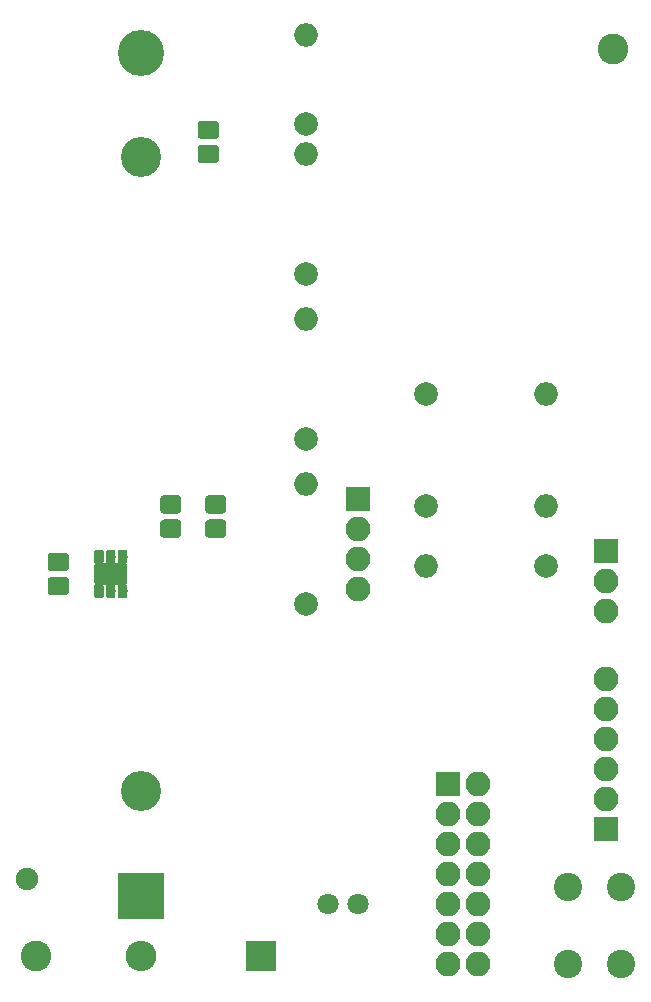
<source format=gbs>
G04 #@! TF.GenerationSoftware,KiCad,Pcbnew,(5.0.0-3-g5ebb6b6)*
G04 #@! TF.CreationDate,2018-08-01T17:04:44+02:00*
G04 #@! TF.ProjectId,esp32-sensornode,65737033322D73656E736F726E6F6465,rev?*
G04 #@! TF.SameCoordinates,Original*
G04 #@! TF.FileFunction,Soldermask,Bot*
G04 #@! TF.FilePolarity,Negative*
%FSLAX46Y46*%
G04 Gerber Fmt 4.6, Leading zero omitted, Abs format (unit mm)*
G04 Created by KiCad (PCBNEW (5.0.0-3-g5ebb6b6)) date Wednesday, 01. August 2018 um 17:04:44*
%MOMM*%
%LPD*%
G01*
G04 APERTURE LIST*
%ADD10C,2.600000*%
%ADD11C,3.900000*%
%ADD12R,3.900000X3.900000*%
%ADD13C,3.400000*%
%ADD14C,1.900000*%
%ADD15C,2.000000*%
%ADD16O,2.000000X2.000000*%
%ADD17C,1.800000*%
%ADD18R,2.600000X2.600000*%
%ADD19O,2.600000X2.600000*%
%ADD20R,2.100000X2.100000*%
%ADD21O,2.100000X2.100000*%
%ADD22C,0.100000*%
%ADD23C,0.800000*%
%ADD24C,2.400000*%
%ADD25C,1.550000*%
G04 APERTURE END LIST*
D10*
G04 #@! TO.C,REF\002A\002A*
X180340000Y-130175000D03*
G04 #@! TD*
G04 #@! TO.C,REF\002A\002A*
X229235000Y-53340000D03*
G04 #@! TD*
D11*
G04 #@! TO.C,BT1*
X189280000Y-53650000D03*
D12*
X189280000Y-125050000D03*
D13*
X189280000Y-116200000D03*
X189280000Y-62500000D03*
D14*
X179580000Y-123600000D03*
G04 #@! TD*
D15*
G04 #@! TO.C,C1*
X203200000Y-59690000D03*
D16*
X203200000Y-52190000D03*
G04 #@! TD*
D17*
G04 #@! TO.C,C3*
X205105000Y-125730000D03*
X207605000Y-125730000D03*
G04 #@! TD*
D18*
G04 #@! TO.C,D1*
X199390000Y-130175000D03*
D19*
X189230000Y-130175000D03*
G04 #@! TD*
D20*
G04 #@! TO.C,J2*
X228600000Y-119380000D03*
D21*
X228600000Y-116840000D03*
X228600000Y-114300000D03*
X228600000Y-111760000D03*
X228600000Y-109220000D03*
X228600000Y-106680000D03*
G04 #@! TD*
D20*
G04 #@! TO.C,J3*
X207645000Y-91440000D03*
D21*
X207645000Y-93980000D03*
X207645000Y-96520000D03*
X207645000Y-99060000D03*
G04 #@! TD*
D20*
G04 #@! TO.C,J4*
X228600000Y-95885000D03*
D21*
X228600000Y-98425000D03*
X228600000Y-100965000D03*
G04 #@! TD*
D15*
G04 #@! TO.C,R1*
X203200000Y-72390000D03*
D16*
X203200000Y-62230000D03*
G04 #@! TD*
G04 #@! TO.C,R2*
X223520000Y-82550000D03*
D15*
X213360000Y-82550000D03*
G04 #@! TD*
D16*
G04 #@! TO.C,R3*
X223520000Y-92075000D03*
D15*
X213360000Y-92075000D03*
G04 #@! TD*
G04 #@! TO.C,R6*
X203200000Y-100330000D03*
D16*
X203200000Y-90170000D03*
G04 #@! TD*
D15*
G04 #@! TO.C,R7*
X203200000Y-86360000D03*
D16*
X203200000Y-76200000D03*
G04 #@! TD*
D22*
G04 #@! TO.C,U2*
G36*
X187804372Y-96841525D02*
X187835112Y-96846085D01*
X187865257Y-96853636D01*
X187894516Y-96864105D01*
X187922609Y-96877392D01*
X187949264Y-96893368D01*
X187974224Y-96911880D01*
X187997250Y-96932750D01*
X188018120Y-96955776D01*
X188036632Y-96980736D01*
X188052608Y-97007391D01*
X188065895Y-97035484D01*
X188076364Y-97064743D01*
X188083915Y-97094888D01*
X188088475Y-97125628D01*
X188090000Y-97156667D01*
X188090000Y-98423333D01*
X188088475Y-98454372D01*
X188083915Y-98485112D01*
X188076364Y-98515257D01*
X188065895Y-98544516D01*
X188052608Y-98572609D01*
X188036632Y-98599264D01*
X188018120Y-98624224D01*
X187997250Y-98647250D01*
X187974224Y-98668120D01*
X187949264Y-98686632D01*
X187922609Y-98702608D01*
X187894516Y-98715895D01*
X187865257Y-98726364D01*
X187835112Y-98733915D01*
X187804372Y-98738475D01*
X187773333Y-98740000D01*
X185606667Y-98740000D01*
X185575628Y-98738475D01*
X185544888Y-98733915D01*
X185514743Y-98726364D01*
X185485484Y-98715895D01*
X185457391Y-98702608D01*
X185430736Y-98686632D01*
X185405776Y-98668120D01*
X185382750Y-98647250D01*
X185361880Y-98624224D01*
X185343368Y-98599264D01*
X185327392Y-98572609D01*
X185314105Y-98544516D01*
X185303636Y-98515257D01*
X185296085Y-98485112D01*
X185291525Y-98454372D01*
X185290000Y-98423333D01*
X185290000Y-97156667D01*
X185291525Y-97125628D01*
X185296085Y-97094888D01*
X185303636Y-97064743D01*
X185314105Y-97035484D01*
X185327392Y-97007391D01*
X185343368Y-96980736D01*
X185361880Y-96955776D01*
X185382750Y-96932750D01*
X185405776Y-96911880D01*
X185430736Y-96893368D01*
X185457391Y-96877392D01*
X185485484Y-96864105D01*
X185514743Y-96853636D01*
X185544888Y-96846085D01*
X185575628Y-96841525D01*
X185606667Y-96840000D01*
X187773333Y-96840000D01*
X187804372Y-96841525D01*
X187804372Y-96841525D01*
G37*
D14*
X186690000Y-97790000D03*
D22*
G36*
X187909603Y-98640963D02*
X187929018Y-98643843D01*
X187948057Y-98648612D01*
X187966537Y-98655224D01*
X187984279Y-98663616D01*
X188001114Y-98673706D01*
X188016879Y-98685398D01*
X188031421Y-98698579D01*
X188044602Y-98713121D01*
X188056294Y-98728886D01*
X188066384Y-98745721D01*
X188074776Y-98763463D01*
X188081388Y-98781943D01*
X188086157Y-98800982D01*
X188089037Y-98820397D01*
X188090000Y-98840000D01*
X188090000Y-99640000D01*
X188089037Y-99659603D01*
X188086157Y-99679018D01*
X188081388Y-99698057D01*
X188074776Y-99716537D01*
X188066384Y-99734279D01*
X188056294Y-99751114D01*
X188044602Y-99766879D01*
X188031421Y-99781421D01*
X188016879Y-99794602D01*
X188001114Y-99806294D01*
X187984279Y-99816384D01*
X187966537Y-99824776D01*
X187948057Y-99831388D01*
X187929018Y-99836157D01*
X187909603Y-99839037D01*
X187890000Y-99840000D01*
X187490000Y-99840000D01*
X187470397Y-99839037D01*
X187450982Y-99836157D01*
X187431943Y-99831388D01*
X187413463Y-99824776D01*
X187395721Y-99816384D01*
X187378886Y-99806294D01*
X187363121Y-99794602D01*
X187348579Y-99781421D01*
X187335398Y-99766879D01*
X187323706Y-99751114D01*
X187313616Y-99734279D01*
X187305224Y-99716537D01*
X187298612Y-99698057D01*
X187293843Y-99679018D01*
X187290963Y-99659603D01*
X187290000Y-99640000D01*
X187290000Y-98840000D01*
X187290963Y-98820397D01*
X187293843Y-98800982D01*
X187298612Y-98781943D01*
X187305224Y-98763463D01*
X187313616Y-98745721D01*
X187323706Y-98728886D01*
X187335398Y-98713121D01*
X187348579Y-98698579D01*
X187363121Y-98685398D01*
X187378886Y-98673706D01*
X187395721Y-98663616D01*
X187413463Y-98655224D01*
X187431943Y-98648612D01*
X187450982Y-98643843D01*
X187470397Y-98640963D01*
X187490000Y-98640000D01*
X187890000Y-98640000D01*
X187909603Y-98640963D01*
X187909603Y-98640963D01*
G37*
D23*
X187690000Y-99240000D03*
D22*
G36*
X186909603Y-98640963D02*
X186929018Y-98643843D01*
X186948057Y-98648612D01*
X186966537Y-98655224D01*
X186984279Y-98663616D01*
X187001114Y-98673706D01*
X187016879Y-98685398D01*
X187031421Y-98698579D01*
X187044602Y-98713121D01*
X187056294Y-98728886D01*
X187066384Y-98745721D01*
X187074776Y-98763463D01*
X187081388Y-98781943D01*
X187086157Y-98800982D01*
X187089037Y-98820397D01*
X187090000Y-98840000D01*
X187090000Y-99640000D01*
X187089037Y-99659603D01*
X187086157Y-99679018D01*
X187081388Y-99698057D01*
X187074776Y-99716537D01*
X187066384Y-99734279D01*
X187056294Y-99751114D01*
X187044602Y-99766879D01*
X187031421Y-99781421D01*
X187016879Y-99794602D01*
X187001114Y-99806294D01*
X186984279Y-99816384D01*
X186966537Y-99824776D01*
X186948057Y-99831388D01*
X186929018Y-99836157D01*
X186909603Y-99839037D01*
X186890000Y-99840000D01*
X186490000Y-99840000D01*
X186470397Y-99839037D01*
X186450982Y-99836157D01*
X186431943Y-99831388D01*
X186413463Y-99824776D01*
X186395721Y-99816384D01*
X186378886Y-99806294D01*
X186363121Y-99794602D01*
X186348579Y-99781421D01*
X186335398Y-99766879D01*
X186323706Y-99751114D01*
X186313616Y-99734279D01*
X186305224Y-99716537D01*
X186298612Y-99698057D01*
X186293843Y-99679018D01*
X186290963Y-99659603D01*
X186290000Y-99640000D01*
X186290000Y-98840000D01*
X186290963Y-98820397D01*
X186293843Y-98800982D01*
X186298612Y-98781943D01*
X186305224Y-98763463D01*
X186313616Y-98745721D01*
X186323706Y-98728886D01*
X186335398Y-98713121D01*
X186348579Y-98698579D01*
X186363121Y-98685398D01*
X186378886Y-98673706D01*
X186395721Y-98663616D01*
X186413463Y-98655224D01*
X186431943Y-98648612D01*
X186450982Y-98643843D01*
X186470397Y-98640963D01*
X186490000Y-98640000D01*
X186890000Y-98640000D01*
X186909603Y-98640963D01*
X186909603Y-98640963D01*
G37*
D23*
X186690000Y-99240000D03*
D22*
G36*
X185909603Y-98640963D02*
X185929018Y-98643843D01*
X185948057Y-98648612D01*
X185966537Y-98655224D01*
X185984279Y-98663616D01*
X186001114Y-98673706D01*
X186016879Y-98685398D01*
X186031421Y-98698579D01*
X186044602Y-98713121D01*
X186056294Y-98728886D01*
X186066384Y-98745721D01*
X186074776Y-98763463D01*
X186081388Y-98781943D01*
X186086157Y-98800982D01*
X186089037Y-98820397D01*
X186090000Y-98840000D01*
X186090000Y-99640000D01*
X186089037Y-99659603D01*
X186086157Y-99679018D01*
X186081388Y-99698057D01*
X186074776Y-99716537D01*
X186066384Y-99734279D01*
X186056294Y-99751114D01*
X186044602Y-99766879D01*
X186031421Y-99781421D01*
X186016879Y-99794602D01*
X186001114Y-99806294D01*
X185984279Y-99816384D01*
X185966537Y-99824776D01*
X185948057Y-99831388D01*
X185929018Y-99836157D01*
X185909603Y-99839037D01*
X185890000Y-99840000D01*
X185490000Y-99840000D01*
X185470397Y-99839037D01*
X185450982Y-99836157D01*
X185431943Y-99831388D01*
X185413463Y-99824776D01*
X185395721Y-99816384D01*
X185378886Y-99806294D01*
X185363121Y-99794602D01*
X185348579Y-99781421D01*
X185335398Y-99766879D01*
X185323706Y-99751114D01*
X185313616Y-99734279D01*
X185305224Y-99716537D01*
X185298612Y-99698057D01*
X185293843Y-99679018D01*
X185290963Y-99659603D01*
X185290000Y-99640000D01*
X185290000Y-98840000D01*
X185290963Y-98820397D01*
X185293843Y-98800982D01*
X185298612Y-98781943D01*
X185305224Y-98763463D01*
X185313616Y-98745721D01*
X185323706Y-98728886D01*
X185335398Y-98713121D01*
X185348579Y-98698579D01*
X185363121Y-98685398D01*
X185378886Y-98673706D01*
X185395721Y-98663616D01*
X185413463Y-98655224D01*
X185431943Y-98648612D01*
X185450982Y-98643843D01*
X185470397Y-98640963D01*
X185490000Y-98640000D01*
X185890000Y-98640000D01*
X185909603Y-98640963D01*
X185909603Y-98640963D01*
G37*
D23*
X185690000Y-99240000D03*
D22*
G36*
X185909603Y-95740963D02*
X185929018Y-95743843D01*
X185948057Y-95748612D01*
X185966537Y-95755224D01*
X185984279Y-95763616D01*
X186001114Y-95773706D01*
X186016879Y-95785398D01*
X186031421Y-95798579D01*
X186044602Y-95813121D01*
X186056294Y-95828886D01*
X186066384Y-95845721D01*
X186074776Y-95863463D01*
X186081388Y-95881943D01*
X186086157Y-95900982D01*
X186089037Y-95920397D01*
X186090000Y-95940000D01*
X186090000Y-96740000D01*
X186089037Y-96759603D01*
X186086157Y-96779018D01*
X186081388Y-96798057D01*
X186074776Y-96816537D01*
X186066384Y-96834279D01*
X186056294Y-96851114D01*
X186044602Y-96866879D01*
X186031421Y-96881421D01*
X186016879Y-96894602D01*
X186001114Y-96906294D01*
X185984279Y-96916384D01*
X185966537Y-96924776D01*
X185948057Y-96931388D01*
X185929018Y-96936157D01*
X185909603Y-96939037D01*
X185890000Y-96940000D01*
X185490000Y-96940000D01*
X185470397Y-96939037D01*
X185450982Y-96936157D01*
X185431943Y-96931388D01*
X185413463Y-96924776D01*
X185395721Y-96916384D01*
X185378886Y-96906294D01*
X185363121Y-96894602D01*
X185348579Y-96881421D01*
X185335398Y-96866879D01*
X185323706Y-96851114D01*
X185313616Y-96834279D01*
X185305224Y-96816537D01*
X185298612Y-96798057D01*
X185293843Y-96779018D01*
X185290963Y-96759603D01*
X185290000Y-96740000D01*
X185290000Y-95940000D01*
X185290963Y-95920397D01*
X185293843Y-95900982D01*
X185298612Y-95881943D01*
X185305224Y-95863463D01*
X185313616Y-95845721D01*
X185323706Y-95828886D01*
X185335398Y-95813121D01*
X185348579Y-95798579D01*
X185363121Y-95785398D01*
X185378886Y-95773706D01*
X185395721Y-95763616D01*
X185413463Y-95755224D01*
X185431943Y-95748612D01*
X185450982Y-95743843D01*
X185470397Y-95740963D01*
X185490000Y-95740000D01*
X185890000Y-95740000D01*
X185909603Y-95740963D01*
X185909603Y-95740963D01*
G37*
D23*
X185690000Y-96340000D03*
D22*
G36*
X186909603Y-95740963D02*
X186929018Y-95743843D01*
X186948057Y-95748612D01*
X186966537Y-95755224D01*
X186984279Y-95763616D01*
X187001114Y-95773706D01*
X187016879Y-95785398D01*
X187031421Y-95798579D01*
X187044602Y-95813121D01*
X187056294Y-95828886D01*
X187066384Y-95845721D01*
X187074776Y-95863463D01*
X187081388Y-95881943D01*
X187086157Y-95900982D01*
X187089037Y-95920397D01*
X187090000Y-95940000D01*
X187090000Y-96740000D01*
X187089037Y-96759603D01*
X187086157Y-96779018D01*
X187081388Y-96798057D01*
X187074776Y-96816537D01*
X187066384Y-96834279D01*
X187056294Y-96851114D01*
X187044602Y-96866879D01*
X187031421Y-96881421D01*
X187016879Y-96894602D01*
X187001114Y-96906294D01*
X186984279Y-96916384D01*
X186966537Y-96924776D01*
X186948057Y-96931388D01*
X186929018Y-96936157D01*
X186909603Y-96939037D01*
X186890000Y-96940000D01*
X186490000Y-96940000D01*
X186470397Y-96939037D01*
X186450982Y-96936157D01*
X186431943Y-96931388D01*
X186413463Y-96924776D01*
X186395721Y-96916384D01*
X186378886Y-96906294D01*
X186363121Y-96894602D01*
X186348579Y-96881421D01*
X186335398Y-96866879D01*
X186323706Y-96851114D01*
X186313616Y-96834279D01*
X186305224Y-96816537D01*
X186298612Y-96798057D01*
X186293843Y-96779018D01*
X186290963Y-96759603D01*
X186290000Y-96740000D01*
X186290000Y-95940000D01*
X186290963Y-95920397D01*
X186293843Y-95900982D01*
X186298612Y-95881943D01*
X186305224Y-95863463D01*
X186313616Y-95845721D01*
X186323706Y-95828886D01*
X186335398Y-95813121D01*
X186348579Y-95798579D01*
X186363121Y-95785398D01*
X186378886Y-95773706D01*
X186395721Y-95763616D01*
X186413463Y-95755224D01*
X186431943Y-95748612D01*
X186450982Y-95743843D01*
X186470397Y-95740963D01*
X186490000Y-95740000D01*
X186890000Y-95740000D01*
X186909603Y-95740963D01*
X186909603Y-95740963D01*
G37*
D23*
X186690000Y-96340000D03*
D22*
G36*
X187909603Y-95740963D02*
X187929018Y-95743843D01*
X187948057Y-95748612D01*
X187966537Y-95755224D01*
X187984279Y-95763616D01*
X188001114Y-95773706D01*
X188016879Y-95785398D01*
X188031421Y-95798579D01*
X188044602Y-95813121D01*
X188056294Y-95828886D01*
X188066384Y-95845721D01*
X188074776Y-95863463D01*
X188081388Y-95881943D01*
X188086157Y-95900982D01*
X188089037Y-95920397D01*
X188090000Y-95940000D01*
X188090000Y-96740000D01*
X188089037Y-96759603D01*
X188086157Y-96779018D01*
X188081388Y-96798057D01*
X188074776Y-96816537D01*
X188066384Y-96834279D01*
X188056294Y-96851114D01*
X188044602Y-96866879D01*
X188031421Y-96881421D01*
X188016879Y-96894602D01*
X188001114Y-96906294D01*
X187984279Y-96916384D01*
X187966537Y-96924776D01*
X187948057Y-96931388D01*
X187929018Y-96936157D01*
X187909603Y-96939037D01*
X187890000Y-96940000D01*
X187490000Y-96940000D01*
X187470397Y-96939037D01*
X187450982Y-96936157D01*
X187431943Y-96931388D01*
X187413463Y-96924776D01*
X187395721Y-96916384D01*
X187378886Y-96906294D01*
X187363121Y-96894602D01*
X187348579Y-96881421D01*
X187335398Y-96866879D01*
X187323706Y-96851114D01*
X187313616Y-96834279D01*
X187305224Y-96816537D01*
X187298612Y-96798057D01*
X187293843Y-96779018D01*
X187290963Y-96759603D01*
X187290000Y-96740000D01*
X187290000Y-95940000D01*
X187290963Y-95920397D01*
X187293843Y-95900982D01*
X187298612Y-95881943D01*
X187305224Y-95863463D01*
X187313616Y-95845721D01*
X187323706Y-95828886D01*
X187335398Y-95813121D01*
X187348579Y-95798579D01*
X187363121Y-95785398D01*
X187378886Y-95773706D01*
X187395721Y-95763616D01*
X187413463Y-95755224D01*
X187431943Y-95748612D01*
X187450982Y-95743843D01*
X187470397Y-95740963D01*
X187490000Y-95740000D01*
X187890000Y-95740000D01*
X187909603Y-95740963D01*
X187909603Y-95740963D01*
G37*
D23*
X187690000Y-96340000D03*
G04 #@! TD*
D24*
G04 #@! TO.C,SW1*
X229925000Y-130810000D03*
X225425000Y-130810000D03*
X229925000Y-124310000D03*
X225425000Y-124310000D03*
G04 #@! TD*
D15*
G04 #@! TO.C,R8*
X223520000Y-97155000D03*
D16*
X213360000Y-97155000D03*
G04 #@! TD*
D22*
G04 #@! TO.C,C4*
G36*
X195541071Y-61456623D02*
X195573781Y-61461475D01*
X195605857Y-61469509D01*
X195636991Y-61480649D01*
X195666884Y-61494787D01*
X195695247Y-61511787D01*
X195721807Y-61531485D01*
X195746308Y-61553692D01*
X195768515Y-61578193D01*
X195788213Y-61604753D01*
X195805213Y-61633116D01*
X195819351Y-61663009D01*
X195830491Y-61694143D01*
X195838525Y-61726219D01*
X195843377Y-61758929D01*
X195845000Y-61791956D01*
X195845000Y-62668044D01*
X195843377Y-62701071D01*
X195838525Y-62733781D01*
X195830491Y-62765857D01*
X195819351Y-62796991D01*
X195805213Y-62826884D01*
X195788213Y-62855247D01*
X195768515Y-62881807D01*
X195746308Y-62906308D01*
X195721807Y-62928515D01*
X195695247Y-62948213D01*
X195666884Y-62965213D01*
X195636991Y-62979351D01*
X195605857Y-62990491D01*
X195573781Y-62998525D01*
X195541071Y-63003377D01*
X195508044Y-63005000D01*
X194381956Y-63005000D01*
X194348929Y-63003377D01*
X194316219Y-62998525D01*
X194284143Y-62990491D01*
X194253009Y-62979351D01*
X194223116Y-62965213D01*
X194194753Y-62948213D01*
X194168193Y-62928515D01*
X194143692Y-62906308D01*
X194121485Y-62881807D01*
X194101787Y-62855247D01*
X194084787Y-62826884D01*
X194070649Y-62796991D01*
X194059509Y-62765857D01*
X194051475Y-62733781D01*
X194046623Y-62701071D01*
X194045000Y-62668044D01*
X194045000Y-61791956D01*
X194046623Y-61758929D01*
X194051475Y-61726219D01*
X194059509Y-61694143D01*
X194070649Y-61663009D01*
X194084787Y-61633116D01*
X194101787Y-61604753D01*
X194121485Y-61578193D01*
X194143692Y-61553692D01*
X194168193Y-61531485D01*
X194194753Y-61511787D01*
X194223116Y-61494787D01*
X194253009Y-61480649D01*
X194284143Y-61469509D01*
X194316219Y-61461475D01*
X194348929Y-61456623D01*
X194381956Y-61455000D01*
X195508044Y-61455000D01*
X195541071Y-61456623D01*
X195541071Y-61456623D01*
G37*
D25*
X194945000Y-62230000D03*
D22*
G36*
X195541071Y-59406623D02*
X195573781Y-59411475D01*
X195605857Y-59419509D01*
X195636991Y-59430649D01*
X195666884Y-59444787D01*
X195695247Y-59461787D01*
X195721807Y-59481485D01*
X195746308Y-59503692D01*
X195768515Y-59528193D01*
X195788213Y-59554753D01*
X195805213Y-59583116D01*
X195819351Y-59613009D01*
X195830491Y-59644143D01*
X195838525Y-59676219D01*
X195843377Y-59708929D01*
X195845000Y-59741956D01*
X195845000Y-60618044D01*
X195843377Y-60651071D01*
X195838525Y-60683781D01*
X195830491Y-60715857D01*
X195819351Y-60746991D01*
X195805213Y-60776884D01*
X195788213Y-60805247D01*
X195768515Y-60831807D01*
X195746308Y-60856308D01*
X195721807Y-60878515D01*
X195695247Y-60898213D01*
X195666884Y-60915213D01*
X195636991Y-60929351D01*
X195605857Y-60940491D01*
X195573781Y-60948525D01*
X195541071Y-60953377D01*
X195508044Y-60955000D01*
X194381956Y-60955000D01*
X194348929Y-60953377D01*
X194316219Y-60948525D01*
X194284143Y-60940491D01*
X194253009Y-60929351D01*
X194223116Y-60915213D01*
X194194753Y-60898213D01*
X194168193Y-60878515D01*
X194143692Y-60856308D01*
X194121485Y-60831807D01*
X194101787Y-60805247D01*
X194084787Y-60776884D01*
X194070649Y-60746991D01*
X194059509Y-60715857D01*
X194051475Y-60683781D01*
X194046623Y-60651071D01*
X194045000Y-60618044D01*
X194045000Y-59741956D01*
X194046623Y-59708929D01*
X194051475Y-59676219D01*
X194059509Y-59644143D01*
X194070649Y-59613009D01*
X194084787Y-59583116D01*
X194101787Y-59554753D01*
X194121485Y-59528193D01*
X194143692Y-59503692D01*
X194168193Y-59481485D01*
X194194753Y-59461787D01*
X194223116Y-59444787D01*
X194253009Y-59430649D01*
X194284143Y-59419509D01*
X194316219Y-59411475D01*
X194348929Y-59406623D01*
X194381956Y-59405000D01*
X195508044Y-59405000D01*
X195541071Y-59406623D01*
X195541071Y-59406623D01*
G37*
D25*
X194945000Y-60180000D03*
G04 #@! TD*
D22*
G04 #@! TO.C,C2*
G36*
X182841071Y-95991623D02*
X182873781Y-95996475D01*
X182905857Y-96004509D01*
X182936991Y-96015649D01*
X182966884Y-96029787D01*
X182995247Y-96046787D01*
X183021807Y-96066485D01*
X183046308Y-96088692D01*
X183068515Y-96113193D01*
X183088213Y-96139753D01*
X183105213Y-96168116D01*
X183119351Y-96198009D01*
X183130491Y-96229143D01*
X183138525Y-96261219D01*
X183143377Y-96293929D01*
X183145000Y-96326956D01*
X183145000Y-97203044D01*
X183143377Y-97236071D01*
X183138525Y-97268781D01*
X183130491Y-97300857D01*
X183119351Y-97331991D01*
X183105213Y-97361884D01*
X183088213Y-97390247D01*
X183068515Y-97416807D01*
X183046308Y-97441308D01*
X183021807Y-97463515D01*
X182995247Y-97483213D01*
X182966884Y-97500213D01*
X182936991Y-97514351D01*
X182905857Y-97525491D01*
X182873781Y-97533525D01*
X182841071Y-97538377D01*
X182808044Y-97540000D01*
X181681956Y-97540000D01*
X181648929Y-97538377D01*
X181616219Y-97533525D01*
X181584143Y-97525491D01*
X181553009Y-97514351D01*
X181523116Y-97500213D01*
X181494753Y-97483213D01*
X181468193Y-97463515D01*
X181443692Y-97441308D01*
X181421485Y-97416807D01*
X181401787Y-97390247D01*
X181384787Y-97361884D01*
X181370649Y-97331991D01*
X181359509Y-97300857D01*
X181351475Y-97268781D01*
X181346623Y-97236071D01*
X181345000Y-97203044D01*
X181345000Y-96326956D01*
X181346623Y-96293929D01*
X181351475Y-96261219D01*
X181359509Y-96229143D01*
X181370649Y-96198009D01*
X181384787Y-96168116D01*
X181401787Y-96139753D01*
X181421485Y-96113193D01*
X181443692Y-96088692D01*
X181468193Y-96066485D01*
X181494753Y-96046787D01*
X181523116Y-96029787D01*
X181553009Y-96015649D01*
X181584143Y-96004509D01*
X181616219Y-95996475D01*
X181648929Y-95991623D01*
X181681956Y-95990000D01*
X182808044Y-95990000D01*
X182841071Y-95991623D01*
X182841071Y-95991623D01*
G37*
D25*
X182245000Y-96765000D03*
D22*
G36*
X182841071Y-98041623D02*
X182873781Y-98046475D01*
X182905857Y-98054509D01*
X182936991Y-98065649D01*
X182966884Y-98079787D01*
X182995247Y-98096787D01*
X183021807Y-98116485D01*
X183046308Y-98138692D01*
X183068515Y-98163193D01*
X183088213Y-98189753D01*
X183105213Y-98218116D01*
X183119351Y-98248009D01*
X183130491Y-98279143D01*
X183138525Y-98311219D01*
X183143377Y-98343929D01*
X183145000Y-98376956D01*
X183145000Y-99253044D01*
X183143377Y-99286071D01*
X183138525Y-99318781D01*
X183130491Y-99350857D01*
X183119351Y-99381991D01*
X183105213Y-99411884D01*
X183088213Y-99440247D01*
X183068515Y-99466807D01*
X183046308Y-99491308D01*
X183021807Y-99513515D01*
X182995247Y-99533213D01*
X182966884Y-99550213D01*
X182936991Y-99564351D01*
X182905857Y-99575491D01*
X182873781Y-99583525D01*
X182841071Y-99588377D01*
X182808044Y-99590000D01*
X181681956Y-99590000D01*
X181648929Y-99588377D01*
X181616219Y-99583525D01*
X181584143Y-99575491D01*
X181553009Y-99564351D01*
X181523116Y-99550213D01*
X181494753Y-99533213D01*
X181468193Y-99513515D01*
X181443692Y-99491308D01*
X181421485Y-99466807D01*
X181401787Y-99440247D01*
X181384787Y-99411884D01*
X181370649Y-99381991D01*
X181359509Y-99350857D01*
X181351475Y-99318781D01*
X181346623Y-99286071D01*
X181345000Y-99253044D01*
X181345000Y-98376956D01*
X181346623Y-98343929D01*
X181351475Y-98311219D01*
X181359509Y-98279143D01*
X181370649Y-98248009D01*
X181384787Y-98218116D01*
X181401787Y-98189753D01*
X181421485Y-98163193D01*
X181443692Y-98138692D01*
X181468193Y-98116485D01*
X181494753Y-98096787D01*
X181523116Y-98079787D01*
X181553009Y-98065649D01*
X181584143Y-98054509D01*
X181616219Y-98046475D01*
X181648929Y-98041623D01*
X181681956Y-98040000D01*
X182808044Y-98040000D01*
X182841071Y-98041623D01*
X182841071Y-98041623D01*
G37*
D25*
X182245000Y-98815000D03*
G04 #@! TD*
D20*
G04 #@! TO.C,J1*
X215265000Y-115570000D03*
D21*
X217805000Y-115570000D03*
X215265000Y-118110000D03*
X217805000Y-118110000D03*
X215265000Y-120650000D03*
X217805000Y-120650000D03*
X215265000Y-123190000D03*
X217805000Y-123190000D03*
X215265000Y-125730000D03*
X217805000Y-125730000D03*
X215265000Y-128270000D03*
X217805000Y-128270000D03*
X215265000Y-130810000D03*
X217805000Y-130810000D03*
G04 #@! TD*
D22*
G04 #@! TO.C,R4*
G36*
X192366071Y-93179123D02*
X192398781Y-93183975D01*
X192430857Y-93192009D01*
X192461991Y-93203149D01*
X192491884Y-93217287D01*
X192520247Y-93234287D01*
X192546807Y-93253985D01*
X192571308Y-93276192D01*
X192593515Y-93300693D01*
X192613213Y-93327253D01*
X192630213Y-93355616D01*
X192644351Y-93385509D01*
X192655491Y-93416643D01*
X192663525Y-93448719D01*
X192668377Y-93481429D01*
X192670000Y-93514456D01*
X192670000Y-94390544D01*
X192668377Y-94423571D01*
X192663525Y-94456281D01*
X192655491Y-94488357D01*
X192644351Y-94519491D01*
X192630213Y-94549384D01*
X192613213Y-94577747D01*
X192593515Y-94604307D01*
X192571308Y-94628808D01*
X192546807Y-94651015D01*
X192520247Y-94670713D01*
X192491884Y-94687713D01*
X192461991Y-94701851D01*
X192430857Y-94712991D01*
X192398781Y-94721025D01*
X192366071Y-94725877D01*
X192333044Y-94727500D01*
X191206956Y-94727500D01*
X191173929Y-94725877D01*
X191141219Y-94721025D01*
X191109143Y-94712991D01*
X191078009Y-94701851D01*
X191048116Y-94687713D01*
X191019753Y-94670713D01*
X190993193Y-94651015D01*
X190968692Y-94628808D01*
X190946485Y-94604307D01*
X190926787Y-94577747D01*
X190909787Y-94549384D01*
X190895649Y-94519491D01*
X190884509Y-94488357D01*
X190876475Y-94456281D01*
X190871623Y-94423571D01*
X190870000Y-94390544D01*
X190870000Y-93514456D01*
X190871623Y-93481429D01*
X190876475Y-93448719D01*
X190884509Y-93416643D01*
X190895649Y-93385509D01*
X190909787Y-93355616D01*
X190926787Y-93327253D01*
X190946485Y-93300693D01*
X190968692Y-93276192D01*
X190993193Y-93253985D01*
X191019753Y-93234287D01*
X191048116Y-93217287D01*
X191078009Y-93203149D01*
X191109143Y-93192009D01*
X191141219Y-93183975D01*
X191173929Y-93179123D01*
X191206956Y-93177500D01*
X192333044Y-93177500D01*
X192366071Y-93179123D01*
X192366071Y-93179123D01*
G37*
D25*
X191770000Y-93952500D03*
D22*
G36*
X192366071Y-91129123D02*
X192398781Y-91133975D01*
X192430857Y-91142009D01*
X192461991Y-91153149D01*
X192491884Y-91167287D01*
X192520247Y-91184287D01*
X192546807Y-91203985D01*
X192571308Y-91226192D01*
X192593515Y-91250693D01*
X192613213Y-91277253D01*
X192630213Y-91305616D01*
X192644351Y-91335509D01*
X192655491Y-91366643D01*
X192663525Y-91398719D01*
X192668377Y-91431429D01*
X192670000Y-91464456D01*
X192670000Y-92340544D01*
X192668377Y-92373571D01*
X192663525Y-92406281D01*
X192655491Y-92438357D01*
X192644351Y-92469491D01*
X192630213Y-92499384D01*
X192613213Y-92527747D01*
X192593515Y-92554307D01*
X192571308Y-92578808D01*
X192546807Y-92601015D01*
X192520247Y-92620713D01*
X192491884Y-92637713D01*
X192461991Y-92651851D01*
X192430857Y-92662991D01*
X192398781Y-92671025D01*
X192366071Y-92675877D01*
X192333044Y-92677500D01*
X191206956Y-92677500D01*
X191173929Y-92675877D01*
X191141219Y-92671025D01*
X191109143Y-92662991D01*
X191078009Y-92651851D01*
X191048116Y-92637713D01*
X191019753Y-92620713D01*
X190993193Y-92601015D01*
X190968692Y-92578808D01*
X190946485Y-92554307D01*
X190926787Y-92527747D01*
X190909787Y-92499384D01*
X190895649Y-92469491D01*
X190884509Y-92438357D01*
X190876475Y-92406281D01*
X190871623Y-92373571D01*
X190870000Y-92340544D01*
X190870000Y-91464456D01*
X190871623Y-91431429D01*
X190876475Y-91398719D01*
X190884509Y-91366643D01*
X190895649Y-91335509D01*
X190909787Y-91305616D01*
X190926787Y-91277253D01*
X190946485Y-91250693D01*
X190968692Y-91226192D01*
X190993193Y-91203985D01*
X191019753Y-91184287D01*
X191048116Y-91167287D01*
X191078009Y-91153149D01*
X191109143Y-91142009D01*
X191141219Y-91133975D01*
X191173929Y-91129123D01*
X191206956Y-91127500D01*
X192333044Y-91127500D01*
X192366071Y-91129123D01*
X192366071Y-91129123D01*
G37*
D25*
X191770000Y-91902500D03*
G04 #@! TD*
D22*
G04 #@! TO.C,R5*
G36*
X196176071Y-91129123D02*
X196208781Y-91133975D01*
X196240857Y-91142009D01*
X196271991Y-91153149D01*
X196301884Y-91167287D01*
X196330247Y-91184287D01*
X196356807Y-91203985D01*
X196381308Y-91226192D01*
X196403515Y-91250693D01*
X196423213Y-91277253D01*
X196440213Y-91305616D01*
X196454351Y-91335509D01*
X196465491Y-91366643D01*
X196473525Y-91398719D01*
X196478377Y-91431429D01*
X196480000Y-91464456D01*
X196480000Y-92340544D01*
X196478377Y-92373571D01*
X196473525Y-92406281D01*
X196465491Y-92438357D01*
X196454351Y-92469491D01*
X196440213Y-92499384D01*
X196423213Y-92527747D01*
X196403515Y-92554307D01*
X196381308Y-92578808D01*
X196356807Y-92601015D01*
X196330247Y-92620713D01*
X196301884Y-92637713D01*
X196271991Y-92651851D01*
X196240857Y-92662991D01*
X196208781Y-92671025D01*
X196176071Y-92675877D01*
X196143044Y-92677500D01*
X195016956Y-92677500D01*
X194983929Y-92675877D01*
X194951219Y-92671025D01*
X194919143Y-92662991D01*
X194888009Y-92651851D01*
X194858116Y-92637713D01*
X194829753Y-92620713D01*
X194803193Y-92601015D01*
X194778692Y-92578808D01*
X194756485Y-92554307D01*
X194736787Y-92527747D01*
X194719787Y-92499384D01*
X194705649Y-92469491D01*
X194694509Y-92438357D01*
X194686475Y-92406281D01*
X194681623Y-92373571D01*
X194680000Y-92340544D01*
X194680000Y-91464456D01*
X194681623Y-91431429D01*
X194686475Y-91398719D01*
X194694509Y-91366643D01*
X194705649Y-91335509D01*
X194719787Y-91305616D01*
X194736787Y-91277253D01*
X194756485Y-91250693D01*
X194778692Y-91226192D01*
X194803193Y-91203985D01*
X194829753Y-91184287D01*
X194858116Y-91167287D01*
X194888009Y-91153149D01*
X194919143Y-91142009D01*
X194951219Y-91133975D01*
X194983929Y-91129123D01*
X195016956Y-91127500D01*
X196143044Y-91127500D01*
X196176071Y-91129123D01*
X196176071Y-91129123D01*
G37*
D25*
X195580000Y-91902500D03*
D22*
G36*
X196176071Y-93179123D02*
X196208781Y-93183975D01*
X196240857Y-93192009D01*
X196271991Y-93203149D01*
X196301884Y-93217287D01*
X196330247Y-93234287D01*
X196356807Y-93253985D01*
X196381308Y-93276192D01*
X196403515Y-93300693D01*
X196423213Y-93327253D01*
X196440213Y-93355616D01*
X196454351Y-93385509D01*
X196465491Y-93416643D01*
X196473525Y-93448719D01*
X196478377Y-93481429D01*
X196480000Y-93514456D01*
X196480000Y-94390544D01*
X196478377Y-94423571D01*
X196473525Y-94456281D01*
X196465491Y-94488357D01*
X196454351Y-94519491D01*
X196440213Y-94549384D01*
X196423213Y-94577747D01*
X196403515Y-94604307D01*
X196381308Y-94628808D01*
X196356807Y-94651015D01*
X196330247Y-94670713D01*
X196301884Y-94687713D01*
X196271991Y-94701851D01*
X196240857Y-94712991D01*
X196208781Y-94721025D01*
X196176071Y-94725877D01*
X196143044Y-94727500D01*
X195016956Y-94727500D01*
X194983929Y-94725877D01*
X194951219Y-94721025D01*
X194919143Y-94712991D01*
X194888009Y-94701851D01*
X194858116Y-94687713D01*
X194829753Y-94670713D01*
X194803193Y-94651015D01*
X194778692Y-94628808D01*
X194756485Y-94604307D01*
X194736787Y-94577747D01*
X194719787Y-94549384D01*
X194705649Y-94519491D01*
X194694509Y-94488357D01*
X194686475Y-94456281D01*
X194681623Y-94423571D01*
X194680000Y-94390544D01*
X194680000Y-93514456D01*
X194681623Y-93481429D01*
X194686475Y-93448719D01*
X194694509Y-93416643D01*
X194705649Y-93385509D01*
X194719787Y-93355616D01*
X194736787Y-93327253D01*
X194756485Y-93300693D01*
X194778692Y-93276192D01*
X194803193Y-93253985D01*
X194829753Y-93234287D01*
X194858116Y-93217287D01*
X194888009Y-93203149D01*
X194919143Y-93192009D01*
X194951219Y-93183975D01*
X194983929Y-93179123D01*
X195016956Y-93177500D01*
X196143044Y-93177500D01*
X196176071Y-93179123D01*
X196176071Y-93179123D01*
G37*
D25*
X195580000Y-93952500D03*
G04 #@! TD*
M02*

</source>
